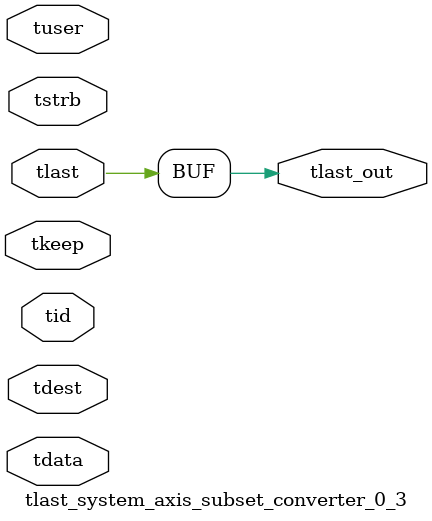
<source format=v>


`timescale 1ps/1ps

module tlast_system_axis_subset_converter_0_3 #
(
parameter C_S_AXIS_TID_WIDTH   = 1,
parameter C_S_AXIS_TUSER_WIDTH = 0,
parameter C_S_AXIS_TDATA_WIDTH = 0,
parameter C_S_AXIS_TDEST_WIDTH = 0
)
(
input  [(C_S_AXIS_TID_WIDTH   == 0 ? 1 : C_S_AXIS_TID_WIDTH)-1:0       ] tid,
input  [(C_S_AXIS_TDATA_WIDTH == 0 ? 1 : C_S_AXIS_TDATA_WIDTH)-1:0     ] tdata,
input  [(C_S_AXIS_TUSER_WIDTH == 0 ? 1 : C_S_AXIS_TUSER_WIDTH)-1:0     ] tuser,
input  [(C_S_AXIS_TDEST_WIDTH == 0 ? 1 : C_S_AXIS_TDEST_WIDTH)-1:0     ] tdest,
input  [(C_S_AXIS_TDATA_WIDTH/8)-1:0 ] tkeep,
input  [(C_S_AXIS_TDATA_WIDTH/8)-1:0 ] tstrb,
input  [0:0]                                                             tlast,
output                                                                   tlast_out
);

assign tlast_out = {tlast[0]};

endmodule


</source>
